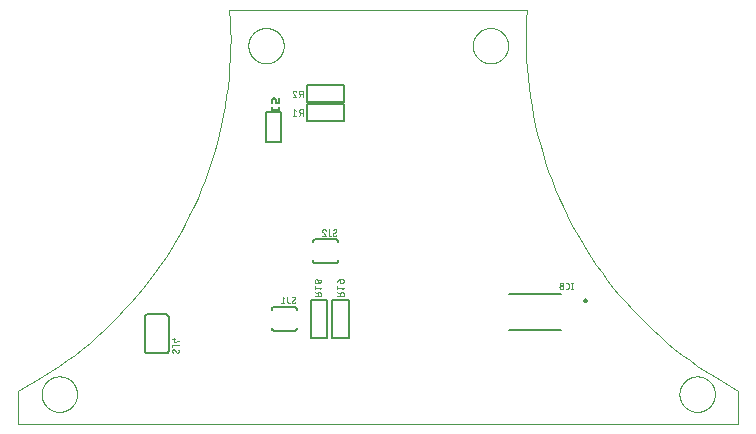
<source format=gbo>
G75*
%MOIN*%
%OFA0B0*%
%FSLAX25Y25*%
%IPPOS*%
%LPD*%
%AMOC8*
5,1,8,0,0,1.08239X$1,22.5*
%
%ADD10C,0.00000*%
%ADD11C,0.00039*%
%ADD12C,0.00787*%
%ADD13C,0.00500*%
%ADD14C,0.00200*%
%ADD15C,0.00800*%
%ADD16C,0.00600*%
D10*
X0032750Y0016500D02*
X0032750Y0027524D01*
X0032750Y0016500D02*
X0272907Y0016500D01*
X0272907Y0027524D01*
X0272907Y0027523D02*
X0270093Y0029042D01*
X0267315Y0030628D01*
X0264577Y0032281D01*
X0261880Y0034000D01*
X0259225Y0035784D01*
X0256614Y0037631D01*
X0254048Y0039541D01*
X0251530Y0041513D01*
X0249060Y0043545D01*
X0246640Y0045636D01*
X0244271Y0047785D01*
X0241954Y0049991D01*
X0239692Y0052252D01*
X0237485Y0054567D01*
X0235335Y0056935D01*
X0233243Y0059354D01*
X0231210Y0061823D01*
X0229237Y0064341D01*
X0227326Y0066905D01*
X0225477Y0069515D01*
X0223692Y0072169D01*
X0221972Y0074866D01*
X0220318Y0077603D01*
X0218730Y0080380D01*
X0217210Y0083194D01*
X0215758Y0086044D01*
X0214376Y0088928D01*
X0213064Y0091845D01*
X0211823Y0094793D01*
X0210654Y0097770D01*
X0209557Y0100775D01*
X0208533Y0103805D01*
X0207582Y0106859D01*
X0206706Y0109935D01*
X0205905Y0113031D01*
X0205179Y0116146D01*
X0204528Y0119278D01*
X0203953Y0122424D01*
X0203455Y0125583D01*
X0203033Y0128754D01*
X0202688Y0131934D01*
X0202420Y0135121D01*
X0202229Y0138314D01*
X0202115Y0141510D01*
X0202079Y0144708D01*
X0202120Y0147906D01*
X0202239Y0151103D01*
X0202435Y0154295D01*
X0103222Y0154295D01*
X0103223Y0154295D02*
X0103419Y0151103D01*
X0103538Y0147906D01*
X0103579Y0144708D01*
X0103543Y0141510D01*
X0103429Y0138314D01*
X0103238Y0135121D01*
X0102970Y0131934D01*
X0102625Y0128754D01*
X0102203Y0125583D01*
X0101705Y0122424D01*
X0101130Y0119278D01*
X0100479Y0116146D01*
X0099753Y0113031D01*
X0098952Y0109935D01*
X0098076Y0106859D01*
X0097125Y0103805D01*
X0096101Y0100775D01*
X0095004Y0097770D01*
X0093835Y0094793D01*
X0092594Y0091845D01*
X0091282Y0088928D01*
X0089900Y0086044D01*
X0088448Y0083194D01*
X0086928Y0080380D01*
X0085340Y0077603D01*
X0083686Y0074866D01*
X0081966Y0072169D01*
X0080181Y0069515D01*
X0078332Y0066905D01*
X0076421Y0064341D01*
X0074448Y0061823D01*
X0072415Y0059354D01*
X0070323Y0056935D01*
X0068173Y0054567D01*
X0065966Y0052252D01*
X0063704Y0049991D01*
X0061387Y0047785D01*
X0059018Y0045636D01*
X0056598Y0043545D01*
X0054128Y0041513D01*
X0051610Y0039541D01*
X0049044Y0037631D01*
X0046433Y0035784D01*
X0043778Y0034000D01*
X0041081Y0032281D01*
X0038343Y0030628D01*
X0035565Y0029042D01*
X0032751Y0027523D01*
D11*
X0040624Y0026343D02*
X0040626Y0026496D01*
X0040632Y0026650D01*
X0040642Y0026803D01*
X0040656Y0026955D01*
X0040674Y0027108D01*
X0040696Y0027259D01*
X0040721Y0027410D01*
X0040751Y0027561D01*
X0040785Y0027711D01*
X0040822Y0027859D01*
X0040863Y0028007D01*
X0040908Y0028153D01*
X0040957Y0028299D01*
X0041010Y0028443D01*
X0041066Y0028585D01*
X0041126Y0028726D01*
X0041190Y0028866D01*
X0041257Y0029004D01*
X0041328Y0029140D01*
X0041403Y0029274D01*
X0041480Y0029406D01*
X0041562Y0029536D01*
X0041646Y0029664D01*
X0041734Y0029790D01*
X0041825Y0029913D01*
X0041919Y0030034D01*
X0042017Y0030152D01*
X0042117Y0030268D01*
X0042221Y0030381D01*
X0042327Y0030492D01*
X0042436Y0030600D01*
X0042548Y0030705D01*
X0042662Y0030806D01*
X0042780Y0030905D01*
X0042899Y0031001D01*
X0043021Y0031094D01*
X0043146Y0031183D01*
X0043273Y0031270D01*
X0043402Y0031352D01*
X0043533Y0031432D01*
X0043666Y0031508D01*
X0043801Y0031581D01*
X0043938Y0031650D01*
X0044077Y0031715D01*
X0044217Y0031777D01*
X0044359Y0031835D01*
X0044502Y0031890D01*
X0044647Y0031941D01*
X0044793Y0031988D01*
X0044940Y0032031D01*
X0045088Y0032070D01*
X0045237Y0032106D01*
X0045387Y0032137D01*
X0045538Y0032165D01*
X0045689Y0032189D01*
X0045842Y0032209D01*
X0045994Y0032225D01*
X0046147Y0032237D01*
X0046300Y0032245D01*
X0046453Y0032249D01*
X0046607Y0032249D01*
X0046760Y0032245D01*
X0046913Y0032237D01*
X0047066Y0032225D01*
X0047218Y0032209D01*
X0047371Y0032189D01*
X0047522Y0032165D01*
X0047673Y0032137D01*
X0047823Y0032106D01*
X0047972Y0032070D01*
X0048120Y0032031D01*
X0048267Y0031988D01*
X0048413Y0031941D01*
X0048558Y0031890D01*
X0048701Y0031835D01*
X0048843Y0031777D01*
X0048983Y0031715D01*
X0049122Y0031650D01*
X0049259Y0031581D01*
X0049394Y0031508D01*
X0049527Y0031432D01*
X0049658Y0031352D01*
X0049787Y0031270D01*
X0049914Y0031183D01*
X0050039Y0031094D01*
X0050161Y0031001D01*
X0050280Y0030905D01*
X0050398Y0030806D01*
X0050512Y0030705D01*
X0050624Y0030600D01*
X0050733Y0030492D01*
X0050839Y0030381D01*
X0050943Y0030268D01*
X0051043Y0030152D01*
X0051141Y0030034D01*
X0051235Y0029913D01*
X0051326Y0029790D01*
X0051414Y0029664D01*
X0051498Y0029536D01*
X0051580Y0029406D01*
X0051657Y0029274D01*
X0051732Y0029140D01*
X0051803Y0029004D01*
X0051870Y0028866D01*
X0051934Y0028726D01*
X0051994Y0028585D01*
X0052050Y0028443D01*
X0052103Y0028299D01*
X0052152Y0028153D01*
X0052197Y0028007D01*
X0052238Y0027859D01*
X0052275Y0027711D01*
X0052309Y0027561D01*
X0052339Y0027410D01*
X0052364Y0027259D01*
X0052386Y0027108D01*
X0052404Y0026955D01*
X0052418Y0026803D01*
X0052428Y0026650D01*
X0052434Y0026496D01*
X0052436Y0026343D01*
X0052434Y0026190D01*
X0052428Y0026036D01*
X0052418Y0025883D01*
X0052404Y0025731D01*
X0052386Y0025578D01*
X0052364Y0025427D01*
X0052339Y0025276D01*
X0052309Y0025125D01*
X0052275Y0024975D01*
X0052238Y0024827D01*
X0052197Y0024679D01*
X0052152Y0024533D01*
X0052103Y0024387D01*
X0052050Y0024243D01*
X0051994Y0024101D01*
X0051934Y0023960D01*
X0051870Y0023820D01*
X0051803Y0023682D01*
X0051732Y0023546D01*
X0051657Y0023412D01*
X0051580Y0023280D01*
X0051498Y0023150D01*
X0051414Y0023022D01*
X0051326Y0022896D01*
X0051235Y0022773D01*
X0051141Y0022652D01*
X0051043Y0022534D01*
X0050943Y0022418D01*
X0050839Y0022305D01*
X0050733Y0022194D01*
X0050624Y0022086D01*
X0050512Y0021981D01*
X0050398Y0021880D01*
X0050280Y0021781D01*
X0050161Y0021685D01*
X0050039Y0021592D01*
X0049914Y0021503D01*
X0049787Y0021416D01*
X0049658Y0021334D01*
X0049527Y0021254D01*
X0049394Y0021178D01*
X0049259Y0021105D01*
X0049122Y0021036D01*
X0048983Y0020971D01*
X0048843Y0020909D01*
X0048701Y0020851D01*
X0048558Y0020796D01*
X0048413Y0020745D01*
X0048267Y0020698D01*
X0048120Y0020655D01*
X0047972Y0020616D01*
X0047823Y0020580D01*
X0047673Y0020549D01*
X0047522Y0020521D01*
X0047371Y0020497D01*
X0047218Y0020477D01*
X0047066Y0020461D01*
X0046913Y0020449D01*
X0046760Y0020441D01*
X0046607Y0020437D01*
X0046453Y0020437D01*
X0046300Y0020441D01*
X0046147Y0020449D01*
X0045994Y0020461D01*
X0045842Y0020477D01*
X0045689Y0020497D01*
X0045538Y0020521D01*
X0045387Y0020549D01*
X0045237Y0020580D01*
X0045088Y0020616D01*
X0044940Y0020655D01*
X0044793Y0020698D01*
X0044647Y0020745D01*
X0044502Y0020796D01*
X0044359Y0020851D01*
X0044217Y0020909D01*
X0044077Y0020971D01*
X0043938Y0021036D01*
X0043801Y0021105D01*
X0043666Y0021178D01*
X0043533Y0021254D01*
X0043402Y0021334D01*
X0043273Y0021416D01*
X0043146Y0021503D01*
X0043021Y0021592D01*
X0042899Y0021685D01*
X0042780Y0021781D01*
X0042662Y0021880D01*
X0042548Y0021981D01*
X0042436Y0022086D01*
X0042327Y0022194D01*
X0042221Y0022305D01*
X0042117Y0022418D01*
X0042017Y0022534D01*
X0041919Y0022652D01*
X0041825Y0022773D01*
X0041734Y0022896D01*
X0041646Y0023022D01*
X0041562Y0023150D01*
X0041480Y0023280D01*
X0041403Y0023412D01*
X0041328Y0023546D01*
X0041257Y0023682D01*
X0041190Y0023820D01*
X0041126Y0023960D01*
X0041066Y0024101D01*
X0041010Y0024243D01*
X0040957Y0024387D01*
X0040908Y0024533D01*
X0040863Y0024679D01*
X0040822Y0024827D01*
X0040785Y0024975D01*
X0040751Y0025125D01*
X0040721Y0025276D01*
X0040696Y0025427D01*
X0040674Y0025578D01*
X0040656Y0025731D01*
X0040642Y0025883D01*
X0040632Y0026036D01*
X0040626Y0026190D01*
X0040624Y0026343D01*
X0109521Y0142484D02*
X0109523Y0142637D01*
X0109529Y0142791D01*
X0109539Y0142944D01*
X0109553Y0143096D01*
X0109571Y0143249D01*
X0109593Y0143400D01*
X0109618Y0143551D01*
X0109648Y0143702D01*
X0109682Y0143852D01*
X0109719Y0144000D01*
X0109760Y0144148D01*
X0109805Y0144294D01*
X0109854Y0144440D01*
X0109907Y0144584D01*
X0109963Y0144726D01*
X0110023Y0144867D01*
X0110087Y0145007D01*
X0110154Y0145145D01*
X0110225Y0145281D01*
X0110300Y0145415D01*
X0110377Y0145547D01*
X0110459Y0145677D01*
X0110543Y0145805D01*
X0110631Y0145931D01*
X0110722Y0146054D01*
X0110816Y0146175D01*
X0110914Y0146293D01*
X0111014Y0146409D01*
X0111118Y0146522D01*
X0111224Y0146633D01*
X0111333Y0146741D01*
X0111445Y0146846D01*
X0111559Y0146947D01*
X0111677Y0147046D01*
X0111796Y0147142D01*
X0111918Y0147235D01*
X0112043Y0147324D01*
X0112170Y0147411D01*
X0112299Y0147493D01*
X0112430Y0147573D01*
X0112563Y0147649D01*
X0112698Y0147722D01*
X0112835Y0147791D01*
X0112974Y0147856D01*
X0113114Y0147918D01*
X0113256Y0147976D01*
X0113399Y0148031D01*
X0113544Y0148082D01*
X0113690Y0148129D01*
X0113837Y0148172D01*
X0113985Y0148211D01*
X0114134Y0148247D01*
X0114284Y0148278D01*
X0114435Y0148306D01*
X0114586Y0148330D01*
X0114739Y0148350D01*
X0114891Y0148366D01*
X0115044Y0148378D01*
X0115197Y0148386D01*
X0115350Y0148390D01*
X0115504Y0148390D01*
X0115657Y0148386D01*
X0115810Y0148378D01*
X0115963Y0148366D01*
X0116115Y0148350D01*
X0116268Y0148330D01*
X0116419Y0148306D01*
X0116570Y0148278D01*
X0116720Y0148247D01*
X0116869Y0148211D01*
X0117017Y0148172D01*
X0117164Y0148129D01*
X0117310Y0148082D01*
X0117455Y0148031D01*
X0117598Y0147976D01*
X0117740Y0147918D01*
X0117880Y0147856D01*
X0118019Y0147791D01*
X0118156Y0147722D01*
X0118291Y0147649D01*
X0118424Y0147573D01*
X0118555Y0147493D01*
X0118684Y0147411D01*
X0118811Y0147324D01*
X0118936Y0147235D01*
X0119058Y0147142D01*
X0119177Y0147046D01*
X0119295Y0146947D01*
X0119409Y0146846D01*
X0119521Y0146741D01*
X0119630Y0146633D01*
X0119736Y0146522D01*
X0119840Y0146409D01*
X0119940Y0146293D01*
X0120038Y0146175D01*
X0120132Y0146054D01*
X0120223Y0145931D01*
X0120311Y0145805D01*
X0120395Y0145677D01*
X0120477Y0145547D01*
X0120554Y0145415D01*
X0120629Y0145281D01*
X0120700Y0145145D01*
X0120767Y0145007D01*
X0120831Y0144867D01*
X0120891Y0144726D01*
X0120947Y0144584D01*
X0121000Y0144440D01*
X0121049Y0144294D01*
X0121094Y0144148D01*
X0121135Y0144000D01*
X0121172Y0143852D01*
X0121206Y0143702D01*
X0121236Y0143551D01*
X0121261Y0143400D01*
X0121283Y0143249D01*
X0121301Y0143096D01*
X0121315Y0142944D01*
X0121325Y0142791D01*
X0121331Y0142637D01*
X0121333Y0142484D01*
X0121331Y0142331D01*
X0121325Y0142177D01*
X0121315Y0142024D01*
X0121301Y0141872D01*
X0121283Y0141719D01*
X0121261Y0141568D01*
X0121236Y0141417D01*
X0121206Y0141266D01*
X0121172Y0141116D01*
X0121135Y0140968D01*
X0121094Y0140820D01*
X0121049Y0140674D01*
X0121000Y0140528D01*
X0120947Y0140384D01*
X0120891Y0140242D01*
X0120831Y0140101D01*
X0120767Y0139961D01*
X0120700Y0139823D01*
X0120629Y0139687D01*
X0120554Y0139553D01*
X0120477Y0139421D01*
X0120395Y0139291D01*
X0120311Y0139163D01*
X0120223Y0139037D01*
X0120132Y0138914D01*
X0120038Y0138793D01*
X0119940Y0138675D01*
X0119840Y0138559D01*
X0119736Y0138446D01*
X0119630Y0138335D01*
X0119521Y0138227D01*
X0119409Y0138122D01*
X0119295Y0138021D01*
X0119177Y0137922D01*
X0119058Y0137826D01*
X0118936Y0137733D01*
X0118811Y0137644D01*
X0118684Y0137557D01*
X0118555Y0137475D01*
X0118424Y0137395D01*
X0118291Y0137319D01*
X0118156Y0137246D01*
X0118019Y0137177D01*
X0117880Y0137112D01*
X0117740Y0137050D01*
X0117598Y0136992D01*
X0117455Y0136937D01*
X0117310Y0136886D01*
X0117164Y0136839D01*
X0117017Y0136796D01*
X0116869Y0136757D01*
X0116720Y0136721D01*
X0116570Y0136690D01*
X0116419Y0136662D01*
X0116268Y0136638D01*
X0116115Y0136618D01*
X0115963Y0136602D01*
X0115810Y0136590D01*
X0115657Y0136582D01*
X0115504Y0136578D01*
X0115350Y0136578D01*
X0115197Y0136582D01*
X0115044Y0136590D01*
X0114891Y0136602D01*
X0114739Y0136618D01*
X0114586Y0136638D01*
X0114435Y0136662D01*
X0114284Y0136690D01*
X0114134Y0136721D01*
X0113985Y0136757D01*
X0113837Y0136796D01*
X0113690Y0136839D01*
X0113544Y0136886D01*
X0113399Y0136937D01*
X0113256Y0136992D01*
X0113114Y0137050D01*
X0112974Y0137112D01*
X0112835Y0137177D01*
X0112698Y0137246D01*
X0112563Y0137319D01*
X0112430Y0137395D01*
X0112299Y0137475D01*
X0112170Y0137557D01*
X0112043Y0137644D01*
X0111918Y0137733D01*
X0111796Y0137826D01*
X0111677Y0137922D01*
X0111559Y0138021D01*
X0111445Y0138122D01*
X0111333Y0138227D01*
X0111224Y0138335D01*
X0111118Y0138446D01*
X0111014Y0138559D01*
X0110914Y0138675D01*
X0110816Y0138793D01*
X0110722Y0138914D01*
X0110631Y0139037D01*
X0110543Y0139163D01*
X0110459Y0139291D01*
X0110377Y0139421D01*
X0110300Y0139553D01*
X0110225Y0139687D01*
X0110154Y0139823D01*
X0110087Y0139961D01*
X0110023Y0140101D01*
X0109963Y0140242D01*
X0109907Y0140384D01*
X0109854Y0140528D01*
X0109805Y0140674D01*
X0109760Y0140820D01*
X0109719Y0140968D01*
X0109682Y0141116D01*
X0109648Y0141266D01*
X0109618Y0141417D01*
X0109593Y0141568D01*
X0109571Y0141719D01*
X0109553Y0141872D01*
X0109539Y0142024D01*
X0109529Y0142177D01*
X0109523Y0142331D01*
X0109521Y0142484D01*
X0184324Y0142484D02*
X0184326Y0142637D01*
X0184332Y0142791D01*
X0184342Y0142944D01*
X0184356Y0143096D01*
X0184374Y0143249D01*
X0184396Y0143400D01*
X0184421Y0143551D01*
X0184451Y0143702D01*
X0184485Y0143852D01*
X0184522Y0144000D01*
X0184563Y0144148D01*
X0184608Y0144294D01*
X0184657Y0144440D01*
X0184710Y0144584D01*
X0184766Y0144726D01*
X0184826Y0144867D01*
X0184890Y0145007D01*
X0184957Y0145145D01*
X0185028Y0145281D01*
X0185103Y0145415D01*
X0185180Y0145547D01*
X0185262Y0145677D01*
X0185346Y0145805D01*
X0185434Y0145931D01*
X0185525Y0146054D01*
X0185619Y0146175D01*
X0185717Y0146293D01*
X0185817Y0146409D01*
X0185921Y0146522D01*
X0186027Y0146633D01*
X0186136Y0146741D01*
X0186248Y0146846D01*
X0186362Y0146947D01*
X0186480Y0147046D01*
X0186599Y0147142D01*
X0186721Y0147235D01*
X0186846Y0147324D01*
X0186973Y0147411D01*
X0187102Y0147493D01*
X0187233Y0147573D01*
X0187366Y0147649D01*
X0187501Y0147722D01*
X0187638Y0147791D01*
X0187777Y0147856D01*
X0187917Y0147918D01*
X0188059Y0147976D01*
X0188202Y0148031D01*
X0188347Y0148082D01*
X0188493Y0148129D01*
X0188640Y0148172D01*
X0188788Y0148211D01*
X0188937Y0148247D01*
X0189087Y0148278D01*
X0189238Y0148306D01*
X0189389Y0148330D01*
X0189542Y0148350D01*
X0189694Y0148366D01*
X0189847Y0148378D01*
X0190000Y0148386D01*
X0190153Y0148390D01*
X0190307Y0148390D01*
X0190460Y0148386D01*
X0190613Y0148378D01*
X0190766Y0148366D01*
X0190918Y0148350D01*
X0191071Y0148330D01*
X0191222Y0148306D01*
X0191373Y0148278D01*
X0191523Y0148247D01*
X0191672Y0148211D01*
X0191820Y0148172D01*
X0191967Y0148129D01*
X0192113Y0148082D01*
X0192258Y0148031D01*
X0192401Y0147976D01*
X0192543Y0147918D01*
X0192683Y0147856D01*
X0192822Y0147791D01*
X0192959Y0147722D01*
X0193094Y0147649D01*
X0193227Y0147573D01*
X0193358Y0147493D01*
X0193487Y0147411D01*
X0193614Y0147324D01*
X0193739Y0147235D01*
X0193861Y0147142D01*
X0193980Y0147046D01*
X0194098Y0146947D01*
X0194212Y0146846D01*
X0194324Y0146741D01*
X0194433Y0146633D01*
X0194539Y0146522D01*
X0194643Y0146409D01*
X0194743Y0146293D01*
X0194841Y0146175D01*
X0194935Y0146054D01*
X0195026Y0145931D01*
X0195114Y0145805D01*
X0195198Y0145677D01*
X0195280Y0145547D01*
X0195357Y0145415D01*
X0195432Y0145281D01*
X0195503Y0145145D01*
X0195570Y0145007D01*
X0195634Y0144867D01*
X0195694Y0144726D01*
X0195750Y0144584D01*
X0195803Y0144440D01*
X0195852Y0144294D01*
X0195897Y0144148D01*
X0195938Y0144000D01*
X0195975Y0143852D01*
X0196009Y0143702D01*
X0196039Y0143551D01*
X0196064Y0143400D01*
X0196086Y0143249D01*
X0196104Y0143096D01*
X0196118Y0142944D01*
X0196128Y0142791D01*
X0196134Y0142637D01*
X0196136Y0142484D01*
X0196134Y0142331D01*
X0196128Y0142177D01*
X0196118Y0142024D01*
X0196104Y0141872D01*
X0196086Y0141719D01*
X0196064Y0141568D01*
X0196039Y0141417D01*
X0196009Y0141266D01*
X0195975Y0141116D01*
X0195938Y0140968D01*
X0195897Y0140820D01*
X0195852Y0140674D01*
X0195803Y0140528D01*
X0195750Y0140384D01*
X0195694Y0140242D01*
X0195634Y0140101D01*
X0195570Y0139961D01*
X0195503Y0139823D01*
X0195432Y0139687D01*
X0195357Y0139553D01*
X0195280Y0139421D01*
X0195198Y0139291D01*
X0195114Y0139163D01*
X0195026Y0139037D01*
X0194935Y0138914D01*
X0194841Y0138793D01*
X0194743Y0138675D01*
X0194643Y0138559D01*
X0194539Y0138446D01*
X0194433Y0138335D01*
X0194324Y0138227D01*
X0194212Y0138122D01*
X0194098Y0138021D01*
X0193980Y0137922D01*
X0193861Y0137826D01*
X0193739Y0137733D01*
X0193614Y0137644D01*
X0193487Y0137557D01*
X0193358Y0137475D01*
X0193227Y0137395D01*
X0193094Y0137319D01*
X0192959Y0137246D01*
X0192822Y0137177D01*
X0192683Y0137112D01*
X0192543Y0137050D01*
X0192401Y0136992D01*
X0192258Y0136937D01*
X0192113Y0136886D01*
X0191967Y0136839D01*
X0191820Y0136796D01*
X0191672Y0136757D01*
X0191523Y0136721D01*
X0191373Y0136690D01*
X0191222Y0136662D01*
X0191071Y0136638D01*
X0190918Y0136618D01*
X0190766Y0136602D01*
X0190613Y0136590D01*
X0190460Y0136582D01*
X0190307Y0136578D01*
X0190153Y0136578D01*
X0190000Y0136582D01*
X0189847Y0136590D01*
X0189694Y0136602D01*
X0189542Y0136618D01*
X0189389Y0136638D01*
X0189238Y0136662D01*
X0189087Y0136690D01*
X0188937Y0136721D01*
X0188788Y0136757D01*
X0188640Y0136796D01*
X0188493Y0136839D01*
X0188347Y0136886D01*
X0188202Y0136937D01*
X0188059Y0136992D01*
X0187917Y0137050D01*
X0187777Y0137112D01*
X0187638Y0137177D01*
X0187501Y0137246D01*
X0187366Y0137319D01*
X0187233Y0137395D01*
X0187102Y0137475D01*
X0186973Y0137557D01*
X0186846Y0137644D01*
X0186721Y0137733D01*
X0186599Y0137826D01*
X0186480Y0137922D01*
X0186362Y0138021D01*
X0186248Y0138122D01*
X0186136Y0138227D01*
X0186027Y0138335D01*
X0185921Y0138446D01*
X0185817Y0138559D01*
X0185717Y0138675D01*
X0185619Y0138793D01*
X0185525Y0138914D01*
X0185434Y0139037D01*
X0185346Y0139163D01*
X0185262Y0139291D01*
X0185180Y0139421D01*
X0185103Y0139553D01*
X0185028Y0139687D01*
X0184957Y0139823D01*
X0184890Y0139961D01*
X0184826Y0140101D01*
X0184766Y0140242D01*
X0184710Y0140384D01*
X0184657Y0140528D01*
X0184608Y0140674D01*
X0184563Y0140820D01*
X0184522Y0140968D01*
X0184485Y0141116D01*
X0184451Y0141266D01*
X0184421Y0141417D01*
X0184396Y0141568D01*
X0184374Y0141719D01*
X0184356Y0141872D01*
X0184342Y0142024D01*
X0184332Y0142177D01*
X0184326Y0142331D01*
X0184324Y0142484D01*
X0253222Y0026343D02*
X0253224Y0026496D01*
X0253230Y0026650D01*
X0253240Y0026803D01*
X0253254Y0026955D01*
X0253272Y0027108D01*
X0253294Y0027259D01*
X0253319Y0027410D01*
X0253349Y0027561D01*
X0253383Y0027711D01*
X0253420Y0027859D01*
X0253461Y0028007D01*
X0253506Y0028153D01*
X0253555Y0028299D01*
X0253608Y0028443D01*
X0253664Y0028585D01*
X0253724Y0028726D01*
X0253788Y0028866D01*
X0253855Y0029004D01*
X0253926Y0029140D01*
X0254001Y0029274D01*
X0254078Y0029406D01*
X0254160Y0029536D01*
X0254244Y0029664D01*
X0254332Y0029790D01*
X0254423Y0029913D01*
X0254517Y0030034D01*
X0254615Y0030152D01*
X0254715Y0030268D01*
X0254819Y0030381D01*
X0254925Y0030492D01*
X0255034Y0030600D01*
X0255146Y0030705D01*
X0255260Y0030806D01*
X0255378Y0030905D01*
X0255497Y0031001D01*
X0255619Y0031094D01*
X0255744Y0031183D01*
X0255871Y0031270D01*
X0256000Y0031352D01*
X0256131Y0031432D01*
X0256264Y0031508D01*
X0256399Y0031581D01*
X0256536Y0031650D01*
X0256675Y0031715D01*
X0256815Y0031777D01*
X0256957Y0031835D01*
X0257100Y0031890D01*
X0257245Y0031941D01*
X0257391Y0031988D01*
X0257538Y0032031D01*
X0257686Y0032070D01*
X0257835Y0032106D01*
X0257985Y0032137D01*
X0258136Y0032165D01*
X0258287Y0032189D01*
X0258440Y0032209D01*
X0258592Y0032225D01*
X0258745Y0032237D01*
X0258898Y0032245D01*
X0259051Y0032249D01*
X0259205Y0032249D01*
X0259358Y0032245D01*
X0259511Y0032237D01*
X0259664Y0032225D01*
X0259816Y0032209D01*
X0259969Y0032189D01*
X0260120Y0032165D01*
X0260271Y0032137D01*
X0260421Y0032106D01*
X0260570Y0032070D01*
X0260718Y0032031D01*
X0260865Y0031988D01*
X0261011Y0031941D01*
X0261156Y0031890D01*
X0261299Y0031835D01*
X0261441Y0031777D01*
X0261581Y0031715D01*
X0261720Y0031650D01*
X0261857Y0031581D01*
X0261992Y0031508D01*
X0262125Y0031432D01*
X0262256Y0031352D01*
X0262385Y0031270D01*
X0262512Y0031183D01*
X0262637Y0031094D01*
X0262759Y0031001D01*
X0262878Y0030905D01*
X0262996Y0030806D01*
X0263110Y0030705D01*
X0263222Y0030600D01*
X0263331Y0030492D01*
X0263437Y0030381D01*
X0263541Y0030268D01*
X0263641Y0030152D01*
X0263739Y0030034D01*
X0263833Y0029913D01*
X0263924Y0029790D01*
X0264012Y0029664D01*
X0264096Y0029536D01*
X0264178Y0029406D01*
X0264255Y0029274D01*
X0264330Y0029140D01*
X0264401Y0029004D01*
X0264468Y0028866D01*
X0264532Y0028726D01*
X0264592Y0028585D01*
X0264648Y0028443D01*
X0264701Y0028299D01*
X0264750Y0028153D01*
X0264795Y0028007D01*
X0264836Y0027859D01*
X0264873Y0027711D01*
X0264907Y0027561D01*
X0264937Y0027410D01*
X0264962Y0027259D01*
X0264984Y0027108D01*
X0265002Y0026955D01*
X0265016Y0026803D01*
X0265026Y0026650D01*
X0265032Y0026496D01*
X0265034Y0026343D01*
X0265032Y0026190D01*
X0265026Y0026036D01*
X0265016Y0025883D01*
X0265002Y0025731D01*
X0264984Y0025578D01*
X0264962Y0025427D01*
X0264937Y0025276D01*
X0264907Y0025125D01*
X0264873Y0024975D01*
X0264836Y0024827D01*
X0264795Y0024679D01*
X0264750Y0024533D01*
X0264701Y0024387D01*
X0264648Y0024243D01*
X0264592Y0024101D01*
X0264532Y0023960D01*
X0264468Y0023820D01*
X0264401Y0023682D01*
X0264330Y0023546D01*
X0264255Y0023412D01*
X0264178Y0023280D01*
X0264096Y0023150D01*
X0264012Y0023022D01*
X0263924Y0022896D01*
X0263833Y0022773D01*
X0263739Y0022652D01*
X0263641Y0022534D01*
X0263541Y0022418D01*
X0263437Y0022305D01*
X0263331Y0022194D01*
X0263222Y0022086D01*
X0263110Y0021981D01*
X0262996Y0021880D01*
X0262878Y0021781D01*
X0262759Y0021685D01*
X0262637Y0021592D01*
X0262512Y0021503D01*
X0262385Y0021416D01*
X0262256Y0021334D01*
X0262125Y0021254D01*
X0261992Y0021178D01*
X0261857Y0021105D01*
X0261720Y0021036D01*
X0261581Y0020971D01*
X0261441Y0020909D01*
X0261299Y0020851D01*
X0261156Y0020796D01*
X0261011Y0020745D01*
X0260865Y0020698D01*
X0260718Y0020655D01*
X0260570Y0020616D01*
X0260421Y0020580D01*
X0260271Y0020549D01*
X0260120Y0020521D01*
X0259969Y0020497D01*
X0259816Y0020477D01*
X0259664Y0020461D01*
X0259511Y0020449D01*
X0259358Y0020441D01*
X0259205Y0020437D01*
X0259051Y0020437D01*
X0258898Y0020441D01*
X0258745Y0020449D01*
X0258592Y0020461D01*
X0258440Y0020477D01*
X0258287Y0020497D01*
X0258136Y0020521D01*
X0257985Y0020549D01*
X0257835Y0020580D01*
X0257686Y0020616D01*
X0257538Y0020655D01*
X0257391Y0020698D01*
X0257245Y0020745D01*
X0257100Y0020796D01*
X0256957Y0020851D01*
X0256815Y0020909D01*
X0256675Y0020971D01*
X0256536Y0021036D01*
X0256399Y0021105D01*
X0256264Y0021178D01*
X0256131Y0021254D01*
X0256000Y0021334D01*
X0255871Y0021416D01*
X0255744Y0021503D01*
X0255619Y0021592D01*
X0255497Y0021685D01*
X0255378Y0021781D01*
X0255260Y0021880D01*
X0255146Y0021981D01*
X0255034Y0022086D01*
X0254925Y0022194D01*
X0254819Y0022305D01*
X0254715Y0022418D01*
X0254615Y0022534D01*
X0254517Y0022652D01*
X0254423Y0022773D01*
X0254332Y0022896D01*
X0254244Y0023022D01*
X0254160Y0023150D01*
X0254078Y0023280D01*
X0254001Y0023412D01*
X0253926Y0023546D01*
X0253855Y0023682D01*
X0253788Y0023820D01*
X0253724Y0023960D01*
X0253664Y0024101D01*
X0253608Y0024243D01*
X0253555Y0024387D01*
X0253506Y0024533D01*
X0253461Y0024679D01*
X0253420Y0024827D01*
X0253383Y0024975D01*
X0253349Y0025125D01*
X0253319Y0025276D01*
X0253294Y0025427D01*
X0253272Y0025578D01*
X0253254Y0025731D01*
X0253240Y0025883D01*
X0253230Y0026036D01*
X0253224Y0026190D01*
X0253222Y0026343D01*
D12*
X0221559Y0057563D02*
X0221561Y0057602D01*
X0221567Y0057641D01*
X0221577Y0057679D01*
X0221590Y0057716D01*
X0221607Y0057751D01*
X0221627Y0057785D01*
X0221651Y0057816D01*
X0221678Y0057845D01*
X0221707Y0057871D01*
X0221739Y0057894D01*
X0221773Y0057914D01*
X0221809Y0057930D01*
X0221846Y0057942D01*
X0221885Y0057951D01*
X0221924Y0057956D01*
X0221963Y0057957D01*
X0222002Y0057954D01*
X0222041Y0057947D01*
X0222078Y0057936D01*
X0222115Y0057922D01*
X0222150Y0057904D01*
X0222183Y0057883D01*
X0222214Y0057858D01*
X0222242Y0057831D01*
X0222267Y0057801D01*
X0222289Y0057768D01*
X0222308Y0057734D01*
X0222323Y0057698D01*
X0222335Y0057660D01*
X0222343Y0057622D01*
X0222347Y0057583D01*
X0222347Y0057543D01*
X0222343Y0057504D01*
X0222335Y0057466D01*
X0222323Y0057428D01*
X0222308Y0057392D01*
X0222289Y0057358D01*
X0222267Y0057325D01*
X0222242Y0057295D01*
X0222214Y0057268D01*
X0222183Y0057243D01*
X0222150Y0057222D01*
X0222115Y0057204D01*
X0222078Y0057190D01*
X0222041Y0057179D01*
X0222002Y0057172D01*
X0221963Y0057169D01*
X0221924Y0057170D01*
X0221885Y0057175D01*
X0221846Y0057184D01*
X0221809Y0057196D01*
X0221773Y0057212D01*
X0221739Y0057232D01*
X0221707Y0057255D01*
X0221678Y0057281D01*
X0221651Y0057310D01*
X0221627Y0057341D01*
X0221607Y0057375D01*
X0221590Y0057410D01*
X0221577Y0057447D01*
X0221567Y0057485D01*
X0221561Y0057524D01*
X0221559Y0057563D01*
D13*
X0213882Y0059630D02*
X0196559Y0059630D01*
X0196559Y0047819D02*
X0213882Y0047819D01*
D14*
X0215288Y0061324D02*
X0215777Y0061324D01*
X0215820Y0061326D01*
X0215862Y0061331D01*
X0215904Y0061341D01*
X0215944Y0061353D01*
X0215984Y0061370D01*
X0216022Y0061390D01*
X0216057Y0061412D01*
X0216091Y0061438D01*
X0216123Y0061467D01*
X0216152Y0061499D01*
X0216178Y0061533D01*
X0216200Y0061569D01*
X0216220Y0061606D01*
X0216237Y0061646D01*
X0216249Y0061686D01*
X0216259Y0061728D01*
X0216264Y0061770D01*
X0216266Y0061813D01*
X0216266Y0063036D01*
X0216264Y0063079D01*
X0216259Y0063121D01*
X0216249Y0063163D01*
X0216237Y0063203D01*
X0216220Y0063243D01*
X0216200Y0063281D01*
X0216178Y0063316D01*
X0216152Y0063350D01*
X0216123Y0063382D01*
X0216091Y0063411D01*
X0216057Y0063437D01*
X0216022Y0063459D01*
X0215984Y0063479D01*
X0215944Y0063496D01*
X0215904Y0063508D01*
X0215862Y0063518D01*
X0215820Y0063523D01*
X0215777Y0063525D01*
X0215777Y0063524D02*
X0215288Y0063524D01*
X0214337Y0063036D02*
X0214335Y0062993D01*
X0214330Y0062951D01*
X0214320Y0062909D01*
X0214308Y0062869D01*
X0214291Y0062829D01*
X0214271Y0062792D01*
X0214249Y0062756D01*
X0214223Y0062722D01*
X0214194Y0062690D01*
X0214162Y0062661D01*
X0214128Y0062635D01*
X0214093Y0062613D01*
X0214055Y0062593D01*
X0214015Y0062576D01*
X0213975Y0062564D01*
X0213933Y0062554D01*
X0213891Y0062549D01*
X0213848Y0062547D01*
X0213805Y0062549D01*
X0213763Y0062554D01*
X0213721Y0062564D01*
X0213681Y0062576D01*
X0213641Y0062593D01*
X0213604Y0062613D01*
X0213568Y0062635D01*
X0213534Y0062661D01*
X0213502Y0062690D01*
X0213473Y0062722D01*
X0213447Y0062756D01*
X0213425Y0062792D01*
X0213405Y0062829D01*
X0213388Y0062869D01*
X0213376Y0062909D01*
X0213366Y0062951D01*
X0213361Y0062993D01*
X0213359Y0063036D01*
X0213361Y0063079D01*
X0213366Y0063121D01*
X0213376Y0063163D01*
X0213388Y0063203D01*
X0213405Y0063243D01*
X0213425Y0063281D01*
X0213447Y0063316D01*
X0213473Y0063350D01*
X0213502Y0063382D01*
X0213534Y0063411D01*
X0213568Y0063437D01*
X0213604Y0063459D01*
X0213641Y0063479D01*
X0213681Y0063496D01*
X0213721Y0063508D01*
X0213763Y0063518D01*
X0213805Y0063523D01*
X0213848Y0063525D01*
X0213891Y0063523D01*
X0213933Y0063518D01*
X0213975Y0063508D01*
X0214015Y0063496D01*
X0214055Y0063479D01*
X0214093Y0063459D01*
X0214128Y0063437D01*
X0214162Y0063411D01*
X0214194Y0063382D01*
X0214223Y0063350D01*
X0214249Y0063316D01*
X0214271Y0063281D01*
X0214291Y0063243D01*
X0214308Y0063203D01*
X0214320Y0063163D01*
X0214330Y0063121D01*
X0214335Y0063079D01*
X0214337Y0063036D01*
X0214459Y0061936D02*
X0214457Y0061888D01*
X0214451Y0061840D01*
X0214442Y0061793D01*
X0214429Y0061747D01*
X0214412Y0061702D01*
X0214392Y0061659D01*
X0214369Y0061617D01*
X0214342Y0061577D01*
X0214313Y0061539D01*
X0214280Y0061504D01*
X0214245Y0061471D01*
X0214207Y0061442D01*
X0214167Y0061415D01*
X0214125Y0061392D01*
X0214082Y0061372D01*
X0214037Y0061355D01*
X0213991Y0061342D01*
X0213944Y0061333D01*
X0213896Y0061327D01*
X0213848Y0061325D01*
X0213800Y0061327D01*
X0213752Y0061333D01*
X0213705Y0061342D01*
X0213659Y0061355D01*
X0213614Y0061372D01*
X0213571Y0061392D01*
X0213529Y0061415D01*
X0213489Y0061442D01*
X0213451Y0061471D01*
X0213416Y0061504D01*
X0213383Y0061539D01*
X0213354Y0061577D01*
X0213327Y0061617D01*
X0213304Y0061659D01*
X0213284Y0061702D01*
X0213267Y0061747D01*
X0213254Y0061793D01*
X0213245Y0061840D01*
X0213239Y0061888D01*
X0213237Y0061936D01*
X0213239Y0061984D01*
X0213245Y0062032D01*
X0213254Y0062079D01*
X0213267Y0062125D01*
X0213284Y0062170D01*
X0213304Y0062213D01*
X0213327Y0062255D01*
X0213354Y0062295D01*
X0213383Y0062333D01*
X0213416Y0062368D01*
X0213451Y0062401D01*
X0213489Y0062430D01*
X0213529Y0062457D01*
X0213571Y0062480D01*
X0213614Y0062500D01*
X0213659Y0062517D01*
X0213705Y0062530D01*
X0213752Y0062539D01*
X0213800Y0062545D01*
X0213848Y0062547D01*
X0213896Y0062545D01*
X0213944Y0062539D01*
X0213991Y0062530D01*
X0214037Y0062517D01*
X0214082Y0062500D01*
X0214125Y0062480D01*
X0214167Y0062457D01*
X0214207Y0062430D01*
X0214245Y0062401D01*
X0214280Y0062368D01*
X0214313Y0062333D01*
X0214342Y0062295D01*
X0214369Y0062255D01*
X0214392Y0062213D01*
X0214412Y0062170D01*
X0214429Y0062125D01*
X0214442Y0062079D01*
X0214451Y0062032D01*
X0214457Y0061984D01*
X0214459Y0061936D01*
X0217132Y0061324D02*
X0217620Y0061324D01*
X0217376Y0061324D02*
X0217376Y0063524D01*
X0217620Y0063524D02*
X0217132Y0063524D01*
X0141300Y0061857D02*
X0139100Y0061857D01*
X0139100Y0061246D02*
X0139100Y0062468D01*
X0139100Y0063650D02*
X0139102Y0063711D01*
X0139108Y0063773D01*
X0139117Y0063833D01*
X0139131Y0063893D01*
X0139148Y0063952D01*
X0139169Y0064010D01*
X0139193Y0064066D01*
X0139221Y0064121D01*
X0139252Y0064174D01*
X0139287Y0064225D01*
X0139324Y0064273D01*
X0139365Y0064319D01*
X0139409Y0064363D01*
X0139455Y0064404D01*
X0139503Y0064441D01*
X0139554Y0064476D01*
X0139607Y0064507D01*
X0139662Y0064535D01*
X0139718Y0064559D01*
X0139776Y0064580D01*
X0139835Y0064597D01*
X0139895Y0064611D01*
X0139955Y0064620D01*
X0140017Y0064626D01*
X0140078Y0064628D01*
X0140689Y0064628D01*
X0140737Y0064626D01*
X0140785Y0064620D01*
X0140832Y0064611D01*
X0140878Y0064598D01*
X0140923Y0064581D01*
X0140966Y0064561D01*
X0141008Y0064538D01*
X0141048Y0064511D01*
X0141086Y0064482D01*
X0141121Y0064449D01*
X0141154Y0064414D01*
X0141183Y0064376D01*
X0141210Y0064336D01*
X0141233Y0064294D01*
X0141253Y0064251D01*
X0141270Y0064206D01*
X0141283Y0064160D01*
X0141292Y0064113D01*
X0141298Y0064065D01*
X0141300Y0064017D01*
X0141298Y0063969D01*
X0141292Y0063921D01*
X0141283Y0063874D01*
X0141270Y0063828D01*
X0141253Y0063783D01*
X0141233Y0063740D01*
X0141210Y0063698D01*
X0141183Y0063658D01*
X0141154Y0063620D01*
X0141121Y0063585D01*
X0141086Y0063552D01*
X0141048Y0063523D01*
X0141008Y0063496D01*
X0140966Y0063473D01*
X0140923Y0063453D01*
X0140878Y0063436D01*
X0140832Y0063423D01*
X0140785Y0063414D01*
X0140737Y0063408D01*
X0140689Y0063406D01*
X0140567Y0063406D01*
X0140524Y0063408D01*
X0140482Y0063413D01*
X0140440Y0063423D01*
X0140400Y0063435D01*
X0140360Y0063452D01*
X0140323Y0063472D01*
X0140287Y0063494D01*
X0140253Y0063520D01*
X0140221Y0063549D01*
X0140192Y0063581D01*
X0140166Y0063615D01*
X0140144Y0063650D01*
X0140124Y0063688D01*
X0140107Y0063728D01*
X0140095Y0063768D01*
X0140085Y0063810D01*
X0140080Y0063852D01*
X0140078Y0063895D01*
X0140078Y0064628D01*
X0141300Y0061857D02*
X0140811Y0061246D01*
X0141300Y0059711D02*
X0141298Y0059759D01*
X0141292Y0059807D01*
X0141283Y0059854D01*
X0141270Y0059900D01*
X0141253Y0059945D01*
X0141233Y0059988D01*
X0141210Y0060030D01*
X0141183Y0060070D01*
X0141154Y0060108D01*
X0141121Y0060143D01*
X0141086Y0060176D01*
X0141048Y0060205D01*
X0141008Y0060232D01*
X0140966Y0060255D01*
X0140923Y0060275D01*
X0140878Y0060292D01*
X0140832Y0060305D01*
X0140785Y0060314D01*
X0140737Y0060320D01*
X0140689Y0060322D01*
X0140641Y0060320D01*
X0140593Y0060314D01*
X0140546Y0060305D01*
X0140500Y0060292D01*
X0140455Y0060275D01*
X0140412Y0060255D01*
X0140370Y0060232D01*
X0140330Y0060205D01*
X0140292Y0060176D01*
X0140257Y0060143D01*
X0140224Y0060108D01*
X0140195Y0060070D01*
X0140168Y0060030D01*
X0140145Y0059988D01*
X0140125Y0059945D01*
X0140108Y0059900D01*
X0140095Y0059854D01*
X0140086Y0059807D01*
X0140080Y0059759D01*
X0140078Y0059711D01*
X0140078Y0059100D01*
X0140078Y0059833D02*
X0139100Y0060322D01*
X0139100Y0059100D02*
X0141300Y0059100D01*
X0141300Y0059711D01*
X0133800Y0059711D02*
X0133800Y0059100D01*
X0131600Y0059100D01*
X0132578Y0059100D02*
X0132578Y0059711D01*
X0132578Y0059833D02*
X0131600Y0060322D01*
X0131600Y0061246D02*
X0131600Y0062468D01*
X0131600Y0061857D02*
X0133800Y0061857D01*
X0133311Y0061246D01*
X0133800Y0059711D02*
X0133798Y0059759D01*
X0133792Y0059807D01*
X0133783Y0059854D01*
X0133770Y0059900D01*
X0133753Y0059945D01*
X0133733Y0059988D01*
X0133710Y0060030D01*
X0133683Y0060070D01*
X0133654Y0060108D01*
X0133621Y0060143D01*
X0133586Y0060176D01*
X0133548Y0060205D01*
X0133508Y0060232D01*
X0133466Y0060255D01*
X0133423Y0060275D01*
X0133378Y0060292D01*
X0133332Y0060305D01*
X0133285Y0060314D01*
X0133237Y0060320D01*
X0133189Y0060322D01*
X0133141Y0060320D01*
X0133093Y0060314D01*
X0133046Y0060305D01*
X0133000Y0060292D01*
X0132955Y0060275D01*
X0132912Y0060255D01*
X0132870Y0060232D01*
X0132830Y0060205D01*
X0132792Y0060176D01*
X0132757Y0060143D01*
X0132724Y0060108D01*
X0132695Y0060070D01*
X0132668Y0060030D01*
X0132645Y0059988D01*
X0132625Y0059945D01*
X0132608Y0059900D01*
X0132595Y0059854D01*
X0132586Y0059807D01*
X0132580Y0059759D01*
X0132578Y0059711D01*
X0132211Y0063406D02*
X0132163Y0063408D01*
X0132115Y0063414D01*
X0132068Y0063423D01*
X0132022Y0063436D01*
X0131977Y0063453D01*
X0131934Y0063473D01*
X0131892Y0063496D01*
X0131852Y0063523D01*
X0131814Y0063552D01*
X0131779Y0063585D01*
X0131746Y0063620D01*
X0131717Y0063658D01*
X0131690Y0063698D01*
X0131667Y0063740D01*
X0131647Y0063783D01*
X0131630Y0063828D01*
X0131617Y0063874D01*
X0131608Y0063921D01*
X0131602Y0063969D01*
X0131600Y0064017D01*
X0131602Y0064065D01*
X0131608Y0064113D01*
X0131617Y0064160D01*
X0131630Y0064206D01*
X0131647Y0064251D01*
X0131667Y0064294D01*
X0131690Y0064336D01*
X0131717Y0064376D01*
X0131746Y0064414D01*
X0131779Y0064449D01*
X0131814Y0064482D01*
X0131852Y0064511D01*
X0131892Y0064538D01*
X0131934Y0064561D01*
X0131977Y0064581D01*
X0132022Y0064598D01*
X0132068Y0064611D01*
X0132115Y0064620D01*
X0132163Y0064626D01*
X0132211Y0064628D01*
X0132259Y0064626D01*
X0132307Y0064620D01*
X0132354Y0064611D01*
X0132400Y0064598D01*
X0132445Y0064581D01*
X0132488Y0064561D01*
X0132530Y0064538D01*
X0132570Y0064511D01*
X0132608Y0064482D01*
X0132643Y0064449D01*
X0132676Y0064414D01*
X0132705Y0064376D01*
X0132732Y0064336D01*
X0132755Y0064294D01*
X0132775Y0064251D01*
X0132792Y0064206D01*
X0132805Y0064160D01*
X0132814Y0064113D01*
X0132820Y0064065D01*
X0132822Y0064017D01*
X0132820Y0063969D01*
X0132814Y0063921D01*
X0132805Y0063874D01*
X0132792Y0063828D01*
X0132775Y0063783D01*
X0132755Y0063740D01*
X0132732Y0063698D01*
X0132705Y0063658D01*
X0132676Y0063620D01*
X0132643Y0063585D01*
X0132608Y0063552D01*
X0132570Y0063523D01*
X0132530Y0063496D01*
X0132488Y0063473D01*
X0132445Y0063453D01*
X0132400Y0063436D01*
X0132354Y0063423D01*
X0132307Y0063414D01*
X0132259Y0063408D01*
X0132211Y0063406D01*
X0133311Y0063528D02*
X0133268Y0063530D01*
X0133226Y0063535D01*
X0133184Y0063545D01*
X0133144Y0063557D01*
X0133104Y0063574D01*
X0133067Y0063594D01*
X0133031Y0063616D01*
X0132997Y0063642D01*
X0132965Y0063671D01*
X0132936Y0063703D01*
X0132910Y0063737D01*
X0132888Y0063773D01*
X0132868Y0063810D01*
X0132851Y0063850D01*
X0132839Y0063890D01*
X0132829Y0063932D01*
X0132824Y0063974D01*
X0132822Y0064017D01*
X0132824Y0064060D01*
X0132829Y0064102D01*
X0132839Y0064144D01*
X0132851Y0064184D01*
X0132868Y0064224D01*
X0132888Y0064262D01*
X0132910Y0064297D01*
X0132936Y0064331D01*
X0132965Y0064363D01*
X0132997Y0064392D01*
X0133031Y0064418D01*
X0133067Y0064440D01*
X0133104Y0064460D01*
X0133144Y0064477D01*
X0133184Y0064489D01*
X0133226Y0064499D01*
X0133268Y0064504D01*
X0133311Y0064506D01*
X0133354Y0064504D01*
X0133396Y0064499D01*
X0133438Y0064489D01*
X0133478Y0064477D01*
X0133518Y0064460D01*
X0133556Y0064440D01*
X0133591Y0064418D01*
X0133625Y0064392D01*
X0133657Y0064363D01*
X0133686Y0064331D01*
X0133712Y0064297D01*
X0133734Y0064262D01*
X0133754Y0064224D01*
X0133771Y0064184D01*
X0133783Y0064144D01*
X0133793Y0064102D01*
X0133798Y0064060D01*
X0133800Y0064017D01*
X0133798Y0063974D01*
X0133793Y0063932D01*
X0133783Y0063890D01*
X0133771Y0063850D01*
X0133754Y0063810D01*
X0133734Y0063773D01*
X0133712Y0063737D01*
X0133686Y0063703D01*
X0133657Y0063671D01*
X0133625Y0063642D01*
X0133591Y0063616D01*
X0133556Y0063594D01*
X0133518Y0063574D01*
X0133478Y0063557D01*
X0133438Y0063545D01*
X0133396Y0063535D01*
X0133354Y0063530D01*
X0133311Y0063528D01*
X0125089Y0058311D02*
X0125087Y0058354D01*
X0125082Y0058396D01*
X0125072Y0058438D01*
X0125060Y0058478D01*
X0125043Y0058518D01*
X0125023Y0058556D01*
X0125001Y0058591D01*
X0124975Y0058625D01*
X0124946Y0058657D01*
X0124914Y0058686D01*
X0124880Y0058712D01*
X0124845Y0058734D01*
X0124807Y0058754D01*
X0124767Y0058771D01*
X0124727Y0058783D01*
X0124685Y0058793D01*
X0124643Y0058798D01*
X0124600Y0058800D01*
X0125089Y0058311D02*
X0125087Y0058268D01*
X0125082Y0058225D01*
X0125072Y0058183D01*
X0125060Y0058142D01*
X0125043Y0058103D01*
X0125024Y0058064D01*
X0125001Y0058028D01*
X0124975Y0057994D01*
X0124946Y0057962D01*
X0124914Y0057933D01*
X0124880Y0057906D01*
X0124844Y0057883D01*
X0124172Y0057517D01*
X0124417Y0056600D02*
X0124480Y0056602D01*
X0124542Y0056608D01*
X0124604Y0056617D01*
X0124666Y0056630D01*
X0124726Y0056647D01*
X0124785Y0056668D01*
X0124843Y0056692D01*
X0124899Y0056720D01*
X0124954Y0056751D01*
X0125007Y0056785D01*
X0125057Y0056822D01*
X0125105Y0056862D01*
X0125150Y0056906D01*
X0124172Y0057517D02*
X0124136Y0057494D01*
X0124102Y0057467D01*
X0124070Y0057438D01*
X0124041Y0057406D01*
X0124015Y0057372D01*
X0123992Y0057336D01*
X0123973Y0057297D01*
X0123956Y0057258D01*
X0123944Y0057217D01*
X0123934Y0057175D01*
X0123929Y0057132D01*
X0123927Y0057089D01*
X0123928Y0057089D02*
X0123930Y0057046D01*
X0123935Y0057004D01*
X0123945Y0056962D01*
X0123957Y0056922D01*
X0123974Y0056882D01*
X0123994Y0056844D01*
X0124016Y0056809D01*
X0124042Y0056775D01*
X0124071Y0056743D01*
X0124103Y0056714D01*
X0124137Y0056688D01*
X0124173Y0056666D01*
X0124210Y0056646D01*
X0124250Y0056629D01*
X0124290Y0056617D01*
X0124332Y0056607D01*
X0124374Y0056602D01*
X0124417Y0056600D01*
X0123284Y0056600D02*
X0123040Y0056600D01*
X0122997Y0056602D01*
X0122955Y0056607D01*
X0122913Y0056617D01*
X0122873Y0056629D01*
X0122833Y0056646D01*
X0122796Y0056666D01*
X0122760Y0056688D01*
X0122726Y0056714D01*
X0122694Y0056743D01*
X0122665Y0056775D01*
X0122639Y0056809D01*
X0122617Y0056844D01*
X0122597Y0056882D01*
X0122580Y0056922D01*
X0122568Y0056962D01*
X0122558Y0057004D01*
X0122553Y0057046D01*
X0122551Y0057089D01*
X0122551Y0058800D01*
X0121550Y0058311D02*
X0120939Y0058800D01*
X0120939Y0056600D01*
X0121550Y0056600D02*
X0120328Y0056600D01*
X0124050Y0058617D02*
X0124098Y0058650D01*
X0124148Y0058681D01*
X0124201Y0058709D01*
X0124255Y0058732D01*
X0124310Y0058753D01*
X0124367Y0058770D01*
X0124424Y0058783D01*
X0124482Y0058792D01*
X0124541Y0058798D01*
X0124600Y0058800D01*
X0134078Y0079100D02*
X0135300Y0079100D01*
X0134261Y0080322D01*
X0134628Y0081300D02*
X0134680Y0081298D01*
X0134732Y0081292D01*
X0134784Y0081283D01*
X0134834Y0081269D01*
X0134884Y0081252D01*
X0134932Y0081231D01*
X0134978Y0081207D01*
X0135022Y0081180D01*
X0135065Y0081149D01*
X0135105Y0081115D01*
X0135142Y0081079D01*
X0135176Y0081039D01*
X0135208Y0080997D01*
X0135236Y0080954D01*
X0135261Y0080908D01*
X0135283Y0080860D01*
X0135301Y0080811D01*
X0134261Y0080322D02*
X0134228Y0080356D01*
X0134198Y0080393D01*
X0134170Y0080433D01*
X0134146Y0080474D01*
X0134126Y0080517D01*
X0134109Y0080562D01*
X0134095Y0080608D01*
X0134086Y0080655D01*
X0134080Y0080702D01*
X0134078Y0080750D01*
X0134080Y0080795D01*
X0134086Y0080841D01*
X0134095Y0080885D01*
X0134108Y0080929D01*
X0134124Y0080971D01*
X0134144Y0081012D01*
X0134168Y0081051D01*
X0134194Y0081088D01*
X0134223Y0081123D01*
X0134255Y0081155D01*
X0134290Y0081184D01*
X0134327Y0081210D01*
X0134366Y0081234D01*
X0134407Y0081254D01*
X0134449Y0081270D01*
X0134493Y0081283D01*
X0134537Y0081292D01*
X0134583Y0081298D01*
X0134628Y0081300D01*
X0136301Y0081300D02*
X0136301Y0079589D01*
X0136303Y0079546D01*
X0136308Y0079504D01*
X0136318Y0079462D01*
X0136330Y0079422D01*
X0136347Y0079382D01*
X0136367Y0079344D01*
X0136389Y0079309D01*
X0136415Y0079275D01*
X0136444Y0079243D01*
X0136476Y0079214D01*
X0136510Y0079188D01*
X0136546Y0079166D01*
X0136583Y0079146D01*
X0136623Y0079129D01*
X0136663Y0079117D01*
X0136705Y0079107D01*
X0136747Y0079102D01*
X0136790Y0079100D01*
X0137034Y0079100D01*
X0137678Y0079589D02*
X0137680Y0079546D01*
X0137685Y0079504D01*
X0137695Y0079462D01*
X0137707Y0079422D01*
X0137724Y0079382D01*
X0137744Y0079344D01*
X0137766Y0079309D01*
X0137792Y0079275D01*
X0137821Y0079243D01*
X0137853Y0079214D01*
X0137887Y0079188D01*
X0137923Y0079166D01*
X0137960Y0079146D01*
X0138000Y0079129D01*
X0138040Y0079117D01*
X0138082Y0079107D01*
X0138124Y0079102D01*
X0138167Y0079100D01*
X0137677Y0079589D02*
X0137679Y0079632D01*
X0137684Y0079675D01*
X0137694Y0079717D01*
X0137706Y0079758D01*
X0137723Y0079797D01*
X0137742Y0079836D01*
X0137765Y0079872D01*
X0137791Y0079906D01*
X0137820Y0079938D01*
X0137852Y0079967D01*
X0137886Y0079994D01*
X0137922Y0080017D01*
X0138594Y0080383D01*
X0138350Y0081300D02*
X0138291Y0081298D01*
X0138232Y0081292D01*
X0138174Y0081283D01*
X0138117Y0081270D01*
X0138060Y0081253D01*
X0138005Y0081232D01*
X0137951Y0081209D01*
X0137898Y0081181D01*
X0137848Y0081150D01*
X0137800Y0081117D01*
X0138594Y0080383D02*
X0138630Y0080406D01*
X0138664Y0080433D01*
X0138696Y0080462D01*
X0138725Y0080494D01*
X0138751Y0080528D01*
X0138774Y0080564D01*
X0138793Y0080603D01*
X0138810Y0080642D01*
X0138822Y0080683D01*
X0138832Y0080725D01*
X0138837Y0080768D01*
X0138839Y0080811D01*
X0138837Y0080854D01*
X0138832Y0080896D01*
X0138822Y0080938D01*
X0138810Y0080978D01*
X0138793Y0081018D01*
X0138773Y0081056D01*
X0138751Y0081091D01*
X0138725Y0081125D01*
X0138696Y0081157D01*
X0138664Y0081186D01*
X0138630Y0081212D01*
X0138595Y0081234D01*
X0138557Y0081254D01*
X0138517Y0081271D01*
X0138477Y0081283D01*
X0138435Y0081293D01*
X0138393Y0081298D01*
X0138350Y0081300D01*
X0138900Y0079406D02*
X0138855Y0079362D01*
X0138807Y0079322D01*
X0138757Y0079285D01*
X0138704Y0079251D01*
X0138649Y0079220D01*
X0138593Y0079192D01*
X0138535Y0079168D01*
X0138476Y0079147D01*
X0138416Y0079130D01*
X0138354Y0079117D01*
X0138292Y0079108D01*
X0138230Y0079102D01*
X0138167Y0079100D01*
X0085078Y0044556D02*
X0084100Y0044556D01*
X0084589Y0044922D02*
X0084589Y0043700D01*
X0086300Y0044189D01*
X0086300Y0042699D02*
X0084589Y0042699D01*
X0084546Y0042697D01*
X0084504Y0042692D01*
X0084462Y0042682D01*
X0084422Y0042670D01*
X0084382Y0042653D01*
X0084345Y0042633D01*
X0084309Y0042611D01*
X0084275Y0042585D01*
X0084243Y0042556D01*
X0084214Y0042524D01*
X0084188Y0042490D01*
X0084166Y0042455D01*
X0084146Y0042417D01*
X0084129Y0042377D01*
X0084117Y0042337D01*
X0084107Y0042295D01*
X0084102Y0042253D01*
X0084100Y0042210D01*
X0084100Y0041966D01*
X0084589Y0041322D02*
X0084546Y0041320D01*
X0084504Y0041315D01*
X0084462Y0041305D01*
X0084422Y0041293D01*
X0084382Y0041276D01*
X0084345Y0041256D01*
X0084309Y0041234D01*
X0084275Y0041208D01*
X0084243Y0041179D01*
X0084214Y0041147D01*
X0084188Y0041113D01*
X0084166Y0041078D01*
X0084146Y0041040D01*
X0084129Y0041000D01*
X0084117Y0040960D01*
X0084107Y0040918D01*
X0084102Y0040876D01*
X0084100Y0040833D01*
X0084589Y0041323D02*
X0084632Y0041321D01*
X0084675Y0041316D01*
X0084717Y0041306D01*
X0084758Y0041294D01*
X0084797Y0041277D01*
X0084836Y0041258D01*
X0084872Y0041235D01*
X0084906Y0041209D01*
X0084938Y0041180D01*
X0084967Y0041148D01*
X0084994Y0041114D01*
X0085017Y0041078D01*
X0085383Y0040406D01*
X0086300Y0040650D02*
X0086298Y0040709D01*
X0086292Y0040768D01*
X0086283Y0040826D01*
X0086270Y0040883D01*
X0086253Y0040940D01*
X0086232Y0040995D01*
X0086209Y0041049D01*
X0086181Y0041101D01*
X0086150Y0041152D01*
X0086117Y0041200D01*
X0085383Y0040406D02*
X0085406Y0040370D01*
X0085433Y0040336D01*
X0085462Y0040304D01*
X0085494Y0040275D01*
X0085528Y0040249D01*
X0085564Y0040226D01*
X0085603Y0040207D01*
X0085642Y0040190D01*
X0085683Y0040178D01*
X0085725Y0040168D01*
X0085768Y0040163D01*
X0085811Y0040161D01*
X0085854Y0040163D01*
X0085896Y0040168D01*
X0085938Y0040178D01*
X0085978Y0040190D01*
X0086018Y0040207D01*
X0086056Y0040227D01*
X0086091Y0040249D01*
X0086125Y0040275D01*
X0086157Y0040304D01*
X0086186Y0040336D01*
X0086212Y0040370D01*
X0086234Y0040406D01*
X0086254Y0040443D01*
X0086271Y0040483D01*
X0086283Y0040523D01*
X0086293Y0040565D01*
X0086298Y0040607D01*
X0086300Y0040650D01*
X0084406Y0040100D02*
X0084362Y0040145D01*
X0084322Y0040193D01*
X0084285Y0040243D01*
X0084251Y0040296D01*
X0084220Y0040351D01*
X0084192Y0040407D01*
X0084168Y0040465D01*
X0084147Y0040524D01*
X0084130Y0040585D01*
X0084117Y0040646D01*
X0084108Y0040708D01*
X0084102Y0040770D01*
X0084100Y0040833D01*
X0124282Y0119100D02*
X0125504Y0119100D01*
X0124893Y0119100D02*
X0124893Y0121300D01*
X0125504Y0120811D01*
X0127039Y0121300D02*
X0126991Y0121298D01*
X0126943Y0121292D01*
X0126896Y0121283D01*
X0126850Y0121270D01*
X0126805Y0121253D01*
X0126762Y0121233D01*
X0126720Y0121210D01*
X0126680Y0121183D01*
X0126642Y0121154D01*
X0126607Y0121121D01*
X0126574Y0121086D01*
X0126545Y0121048D01*
X0126518Y0121008D01*
X0126495Y0120966D01*
X0126475Y0120923D01*
X0126458Y0120878D01*
X0126445Y0120832D01*
X0126436Y0120785D01*
X0126430Y0120737D01*
X0126428Y0120689D01*
X0126430Y0120641D01*
X0126436Y0120593D01*
X0126445Y0120546D01*
X0126458Y0120500D01*
X0126475Y0120455D01*
X0126495Y0120412D01*
X0126518Y0120370D01*
X0126545Y0120330D01*
X0126574Y0120292D01*
X0126607Y0120257D01*
X0126642Y0120224D01*
X0126680Y0120195D01*
X0126720Y0120168D01*
X0126762Y0120145D01*
X0126805Y0120125D01*
X0126850Y0120108D01*
X0126896Y0120095D01*
X0126943Y0120086D01*
X0126991Y0120080D01*
X0127039Y0120078D01*
X0127650Y0120078D01*
X0126917Y0120078D02*
X0126428Y0119100D01*
X0127650Y0119100D02*
X0127650Y0121300D01*
X0127039Y0121300D01*
X0127650Y0125350D02*
X0127650Y0127550D01*
X0127039Y0127550D01*
X0126991Y0127548D01*
X0126943Y0127542D01*
X0126896Y0127533D01*
X0126850Y0127520D01*
X0126805Y0127503D01*
X0126762Y0127483D01*
X0126720Y0127460D01*
X0126680Y0127433D01*
X0126642Y0127404D01*
X0126607Y0127371D01*
X0126574Y0127336D01*
X0126545Y0127298D01*
X0126518Y0127258D01*
X0126495Y0127216D01*
X0126475Y0127173D01*
X0126458Y0127128D01*
X0126445Y0127082D01*
X0126436Y0127035D01*
X0126430Y0126987D01*
X0126428Y0126939D01*
X0126430Y0126891D01*
X0126436Y0126843D01*
X0126445Y0126796D01*
X0126458Y0126750D01*
X0126475Y0126705D01*
X0126495Y0126662D01*
X0126518Y0126620D01*
X0126545Y0126580D01*
X0126574Y0126542D01*
X0126607Y0126507D01*
X0126642Y0126474D01*
X0126680Y0126445D01*
X0126720Y0126418D01*
X0126762Y0126395D01*
X0126805Y0126375D01*
X0126850Y0126358D01*
X0126896Y0126345D01*
X0126943Y0126336D01*
X0126991Y0126330D01*
X0127039Y0126328D01*
X0127650Y0126328D01*
X0126917Y0126328D02*
X0126428Y0125350D01*
X0125504Y0125350D02*
X0124465Y0126572D01*
X0124832Y0127550D02*
X0124884Y0127548D01*
X0124936Y0127542D01*
X0124988Y0127533D01*
X0125038Y0127519D01*
X0125088Y0127502D01*
X0125136Y0127481D01*
X0125182Y0127457D01*
X0125226Y0127430D01*
X0125269Y0127399D01*
X0125309Y0127365D01*
X0125346Y0127329D01*
X0125380Y0127289D01*
X0125412Y0127247D01*
X0125440Y0127204D01*
X0125465Y0127158D01*
X0125487Y0127110D01*
X0125505Y0127061D01*
X0124465Y0126572D02*
X0124432Y0126606D01*
X0124402Y0126643D01*
X0124374Y0126683D01*
X0124350Y0126724D01*
X0124330Y0126767D01*
X0124313Y0126812D01*
X0124299Y0126858D01*
X0124290Y0126905D01*
X0124284Y0126952D01*
X0124282Y0127000D01*
X0124284Y0127045D01*
X0124290Y0127091D01*
X0124299Y0127135D01*
X0124312Y0127179D01*
X0124328Y0127221D01*
X0124348Y0127262D01*
X0124372Y0127301D01*
X0124398Y0127338D01*
X0124427Y0127373D01*
X0124459Y0127405D01*
X0124494Y0127434D01*
X0124531Y0127460D01*
X0124570Y0127484D01*
X0124611Y0127504D01*
X0124653Y0127520D01*
X0124697Y0127533D01*
X0124741Y0127542D01*
X0124787Y0127548D01*
X0124832Y0127550D01*
X0124282Y0125350D02*
X0125504Y0125350D01*
D15*
X0128951Y0123744D02*
X0128951Y0129256D01*
X0141549Y0129256D01*
X0141549Y0123744D01*
X0128951Y0123744D01*
X0128951Y0123006D02*
X0128951Y0117494D01*
X0141549Y0117494D01*
X0141549Y0123006D01*
X0128951Y0123006D01*
X0120250Y0120250D02*
X0115250Y0120250D01*
X0115250Y0110250D01*
X0120250Y0110250D01*
X0120250Y0120250D01*
X0132000Y0078000D02*
X0138500Y0078000D01*
X0138560Y0077998D01*
X0138621Y0077993D01*
X0138680Y0077984D01*
X0138739Y0077971D01*
X0138798Y0077955D01*
X0138855Y0077935D01*
X0138910Y0077912D01*
X0138965Y0077885D01*
X0139017Y0077856D01*
X0139068Y0077823D01*
X0139117Y0077787D01*
X0139163Y0077749D01*
X0139207Y0077707D01*
X0139249Y0077663D01*
X0139287Y0077617D01*
X0139323Y0077568D01*
X0139356Y0077517D01*
X0139385Y0077465D01*
X0139412Y0077410D01*
X0139435Y0077355D01*
X0139455Y0077298D01*
X0139471Y0077239D01*
X0139484Y0077180D01*
X0139493Y0077121D01*
X0139498Y0077060D01*
X0139500Y0077000D01*
X0132000Y0078000D02*
X0131940Y0077998D01*
X0131879Y0077993D01*
X0131820Y0077984D01*
X0131761Y0077971D01*
X0131702Y0077955D01*
X0131645Y0077935D01*
X0131590Y0077912D01*
X0131535Y0077885D01*
X0131483Y0077856D01*
X0131432Y0077823D01*
X0131383Y0077787D01*
X0131337Y0077749D01*
X0131293Y0077707D01*
X0131251Y0077663D01*
X0131213Y0077617D01*
X0131177Y0077568D01*
X0131144Y0077517D01*
X0131115Y0077465D01*
X0131088Y0077410D01*
X0131065Y0077355D01*
X0131045Y0077298D01*
X0131029Y0077239D01*
X0131016Y0077180D01*
X0131007Y0077121D01*
X0131002Y0077060D01*
X0131000Y0077000D01*
X0131000Y0071000D02*
X0131002Y0070940D01*
X0131007Y0070879D01*
X0131016Y0070820D01*
X0131029Y0070761D01*
X0131045Y0070702D01*
X0131065Y0070645D01*
X0131088Y0070590D01*
X0131115Y0070535D01*
X0131144Y0070483D01*
X0131177Y0070432D01*
X0131213Y0070383D01*
X0131251Y0070337D01*
X0131293Y0070293D01*
X0131337Y0070251D01*
X0131383Y0070213D01*
X0131432Y0070177D01*
X0131483Y0070144D01*
X0131535Y0070115D01*
X0131590Y0070088D01*
X0131645Y0070065D01*
X0131702Y0070045D01*
X0131761Y0070029D01*
X0131820Y0070016D01*
X0131879Y0070007D01*
X0131940Y0070002D01*
X0132000Y0070000D01*
X0138500Y0070000D01*
X0138560Y0070002D01*
X0138621Y0070007D01*
X0138680Y0070016D01*
X0138739Y0070029D01*
X0138798Y0070045D01*
X0138855Y0070065D01*
X0138910Y0070088D01*
X0138965Y0070115D01*
X0139017Y0070144D01*
X0139068Y0070177D01*
X0139117Y0070213D01*
X0139163Y0070251D01*
X0139207Y0070293D01*
X0139249Y0070337D01*
X0139287Y0070383D01*
X0139323Y0070432D01*
X0139356Y0070483D01*
X0139385Y0070535D01*
X0139412Y0070590D01*
X0139435Y0070645D01*
X0139455Y0070702D01*
X0139471Y0070761D01*
X0139484Y0070820D01*
X0139493Y0070879D01*
X0139498Y0070940D01*
X0139500Y0071000D01*
X0137494Y0057799D02*
X0137494Y0045201D01*
X0143006Y0045201D01*
X0143006Y0057799D01*
X0137494Y0057799D01*
X0135781Y0057770D02*
X0130270Y0057770D01*
X0130270Y0045171D01*
X0135781Y0045171D01*
X0135781Y0057770D01*
X0124750Y0055500D02*
X0118250Y0055500D01*
X0118190Y0055498D01*
X0118129Y0055493D01*
X0118070Y0055484D01*
X0118011Y0055471D01*
X0117952Y0055455D01*
X0117895Y0055435D01*
X0117840Y0055412D01*
X0117785Y0055385D01*
X0117733Y0055356D01*
X0117682Y0055323D01*
X0117633Y0055287D01*
X0117587Y0055249D01*
X0117543Y0055207D01*
X0117501Y0055163D01*
X0117463Y0055117D01*
X0117427Y0055068D01*
X0117394Y0055017D01*
X0117365Y0054965D01*
X0117338Y0054910D01*
X0117315Y0054855D01*
X0117295Y0054798D01*
X0117279Y0054739D01*
X0117266Y0054680D01*
X0117257Y0054621D01*
X0117252Y0054560D01*
X0117250Y0054500D01*
X0124750Y0055500D02*
X0124810Y0055498D01*
X0124871Y0055493D01*
X0124930Y0055484D01*
X0124989Y0055471D01*
X0125048Y0055455D01*
X0125105Y0055435D01*
X0125160Y0055412D01*
X0125215Y0055385D01*
X0125267Y0055356D01*
X0125318Y0055323D01*
X0125367Y0055287D01*
X0125413Y0055249D01*
X0125457Y0055207D01*
X0125499Y0055163D01*
X0125537Y0055117D01*
X0125573Y0055068D01*
X0125606Y0055017D01*
X0125635Y0054965D01*
X0125662Y0054910D01*
X0125685Y0054855D01*
X0125705Y0054798D01*
X0125721Y0054739D01*
X0125734Y0054680D01*
X0125743Y0054621D01*
X0125748Y0054560D01*
X0125750Y0054500D01*
X0125750Y0048500D02*
X0125748Y0048440D01*
X0125743Y0048379D01*
X0125734Y0048320D01*
X0125721Y0048261D01*
X0125705Y0048202D01*
X0125685Y0048145D01*
X0125662Y0048090D01*
X0125635Y0048035D01*
X0125606Y0047983D01*
X0125573Y0047932D01*
X0125537Y0047883D01*
X0125499Y0047837D01*
X0125457Y0047793D01*
X0125413Y0047751D01*
X0125367Y0047713D01*
X0125318Y0047677D01*
X0125267Y0047644D01*
X0125215Y0047615D01*
X0125160Y0047588D01*
X0125105Y0047565D01*
X0125048Y0047545D01*
X0124989Y0047529D01*
X0124930Y0047516D01*
X0124871Y0047507D01*
X0124810Y0047502D01*
X0124750Y0047500D01*
X0118250Y0047500D01*
X0118190Y0047502D01*
X0118129Y0047507D01*
X0118070Y0047516D01*
X0118011Y0047529D01*
X0117952Y0047545D01*
X0117895Y0047565D01*
X0117840Y0047588D01*
X0117785Y0047615D01*
X0117733Y0047644D01*
X0117682Y0047677D01*
X0117633Y0047713D01*
X0117587Y0047751D01*
X0117543Y0047793D01*
X0117501Y0047837D01*
X0117463Y0047883D01*
X0117427Y0047932D01*
X0117394Y0047983D01*
X0117365Y0048035D01*
X0117338Y0048090D01*
X0117315Y0048145D01*
X0117295Y0048202D01*
X0117279Y0048261D01*
X0117266Y0048320D01*
X0117257Y0048379D01*
X0117252Y0048440D01*
X0117250Y0048500D01*
X0083000Y0052000D02*
X0083000Y0041000D01*
X0082998Y0040940D01*
X0082993Y0040879D01*
X0082984Y0040820D01*
X0082971Y0040761D01*
X0082955Y0040702D01*
X0082935Y0040645D01*
X0082912Y0040590D01*
X0082885Y0040535D01*
X0082856Y0040483D01*
X0082823Y0040432D01*
X0082787Y0040383D01*
X0082749Y0040337D01*
X0082707Y0040293D01*
X0082663Y0040251D01*
X0082617Y0040213D01*
X0082568Y0040177D01*
X0082517Y0040144D01*
X0082465Y0040115D01*
X0082410Y0040088D01*
X0082355Y0040065D01*
X0082298Y0040045D01*
X0082239Y0040029D01*
X0082180Y0040016D01*
X0082121Y0040007D01*
X0082060Y0040002D01*
X0082000Y0040000D01*
X0076000Y0040000D01*
X0075940Y0040002D01*
X0075879Y0040007D01*
X0075820Y0040016D01*
X0075761Y0040029D01*
X0075702Y0040045D01*
X0075645Y0040065D01*
X0075590Y0040088D01*
X0075535Y0040115D01*
X0075483Y0040144D01*
X0075432Y0040177D01*
X0075383Y0040213D01*
X0075337Y0040251D01*
X0075293Y0040293D01*
X0075251Y0040337D01*
X0075213Y0040383D01*
X0075177Y0040432D01*
X0075144Y0040483D01*
X0075115Y0040535D01*
X0075088Y0040590D01*
X0075065Y0040645D01*
X0075045Y0040702D01*
X0075029Y0040761D01*
X0075016Y0040820D01*
X0075007Y0040879D01*
X0075002Y0040940D01*
X0075000Y0041000D01*
X0075000Y0052000D01*
X0075002Y0052060D01*
X0075007Y0052121D01*
X0075016Y0052180D01*
X0075029Y0052239D01*
X0075045Y0052298D01*
X0075065Y0052355D01*
X0075088Y0052410D01*
X0075115Y0052465D01*
X0075144Y0052517D01*
X0075177Y0052568D01*
X0075213Y0052617D01*
X0075251Y0052663D01*
X0075293Y0052707D01*
X0075337Y0052749D01*
X0075383Y0052787D01*
X0075432Y0052823D01*
X0075483Y0052856D01*
X0075535Y0052885D01*
X0075590Y0052912D01*
X0075645Y0052935D01*
X0075702Y0052955D01*
X0075761Y0052971D01*
X0075820Y0052984D01*
X0075879Y0052993D01*
X0075940Y0052998D01*
X0076000Y0053000D01*
X0082000Y0053000D01*
X0082060Y0052998D01*
X0082121Y0052993D01*
X0082180Y0052984D01*
X0082239Y0052971D01*
X0082298Y0052955D01*
X0082355Y0052935D01*
X0082410Y0052912D01*
X0082465Y0052885D01*
X0082517Y0052856D01*
X0082568Y0052823D01*
X0082617Y0052787D01*
X0082663Y0052749D01*
X0082707Y0052707D01*
X0082749Y0052663D01*
X0082787Y0052617D01*
X0082823Y0052568D01*
X0082856Y0052517D01*
X0082885Y0052465D01*
X0082912Y0052410D01*
X0082935Y0052355D01*
X0082955Y0052298D01*
X0082971Y0052239D01*
X0082984Y0052180D01*
X0082993Y0052121D01*
X0082998Y0052060D01*
X0083000Y0052000D01*
D16*
X0117878Y0121050D02*
X0119322Y0121050D01*
X0119370Y0121052D01*
X0119417Y0121058D01*
X0119464Y0121068D01*
X0119510Y0121081D01*
X0119554Y0121099D01*
X0119597Y0121120D01*
X0119638Y0121144D01*
X0119677Y0121172D01*
X0119713Y0121203D01*
X0119747Y0121237D01*
X0119778Y0121273D01*
X0119806Y0121312D01*
X0119830Y0121353D01*
X0119851Y0121396D01*
X0119869Y0121440D01*
X0119882Y0121486D01*
X0119892Y0121533D01*
X0119898Y0121580D01*
X0119900Y0121628D01*
X0119900Y0122206D01*
X0119900Y0123464D02*
X0118744Y0123464D01*
X0118744Y0124331D01*
X0118745Y0124331D02*
X0118743Y0124376D01*
X0118738Y0124421D01*
X0118729Y0124466D01*
X0118717Y0124510D01*
X0118701Y0124552D01*
X0118682Y0124593D01*
X0118660Y0124633D01*
X0118635Y0124671D01*
X0118607Y0124706D01*
X0118576Y0124740D01*
X0118542Y0124771D01*
X0118507Y0124799D01*
X0118469Y0124824D01*
X0118429Y0124846D01*
X0118388Y0124865D01*
X0118346Y0124881D01*
X0118302Y0124893D01*
X0118257Y0124902D01*
X0118212Y0124907D01*
X0118167Y0124909D01*
X0118167Y0124908D02*
X0117878Y0124908D01*
X0117878Y0124909D02*
X0117830Y0124907D01*
X0117783Y0124901D01*
X0117736Y0124891D01*
X0117690Y0124878D01*
X0117646Y0124860D01*
X0117603Y0124839D01*
X0117562Y0124815D01*
X0117523Y0124787D01*
X0117487Y0124756D01*
X0117453Y0124722D01*
X0117422Y0124686D01*
X0117394Y0124647D01*
X0117370Y0124606D01*
X0117349Y0124563D01*
X0117331Y0124519D01*
X0117318Y0124473D01*
X0117308Y0124426D01*
X0117302Y0124379D01*
X0117300Y0124331D01*
X0117300Y0123464D01*
X0117300Y0122206D02*
X0117300Y0121628D01*
X0117302Y0121583D01*
X0117307Y0121538D01*
X0117316Y0121493D01*
X0117328Y0121449D01*
X0117344Y0121407D01*
X0117363Y0121366D01*
X0117385Y0121326D01*
X0117410Y0121288D01*
X0117438Y0121253D01*
X0117469Y0121219D01*
X0117503Y0121188D01*
X0117538Y0121160D01*
X0117576Y0121135D01*
X0117616Y0121113D01*
X0117657Y0121094D01*
X0117699Y0121078D01*
X0117743Y0121066D01*
X0117788Y0121057D01*
X0117833Y0121052D01*
X0117878Y0121050D01*
X0119900Y0123464D02*
X0119900Y0124908D01*
M02*

</source>
